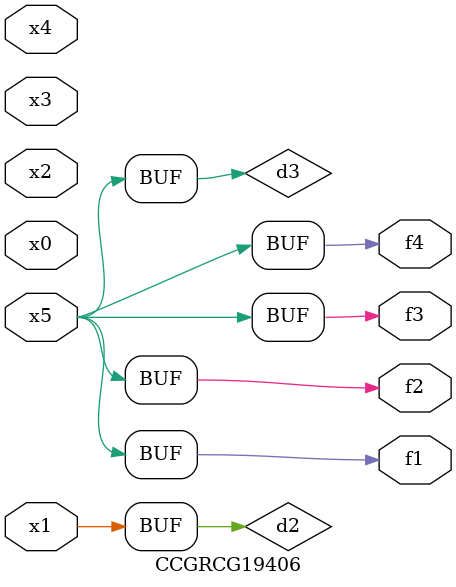
<source format=v>
module CCGRCG19406(
	input x0, x1, x2, x3, x4, x5,
	output f1, f2, f3, f4
);

	wire d1, d2, d3;

	not (d1, x5);
	or (d2, x1);
	xnor (d3, d1);
	assign f1 = d3;
	assign f2 = d3;
	assign f3 = d3;
	assign f4 = d3;
endmodule

</source>
